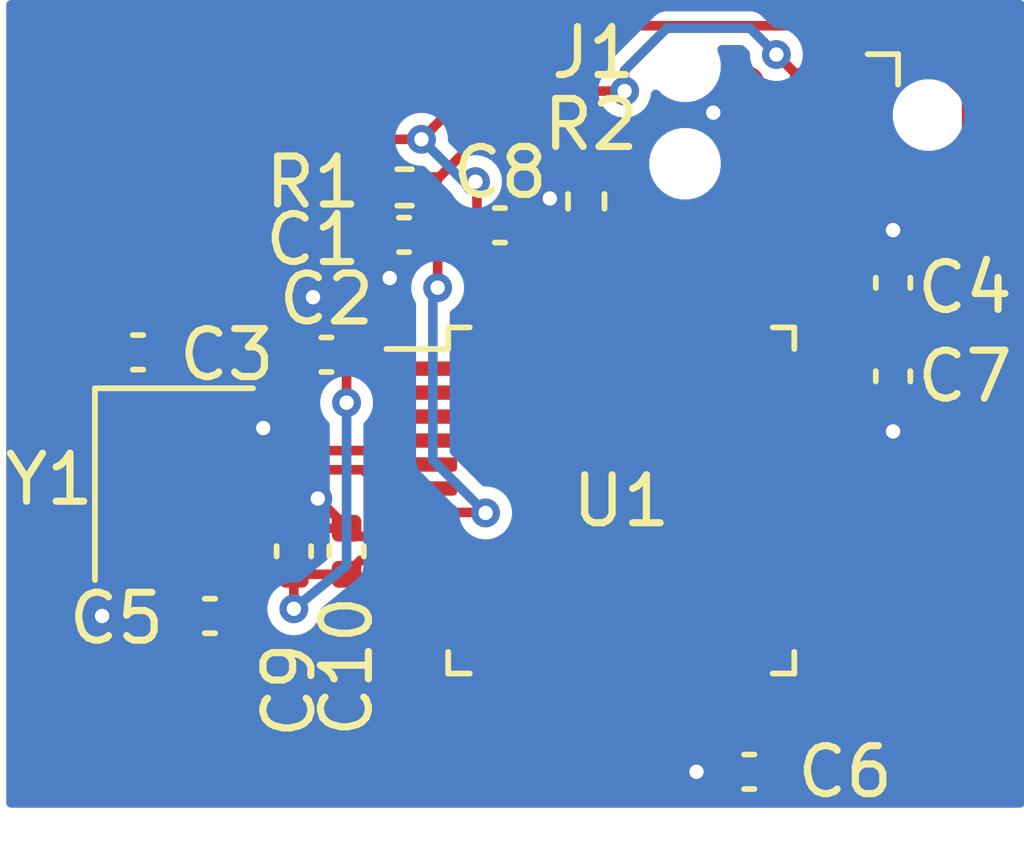
<source format=kicad_pcb>
(kicad_pcb (version 20211014) (generator pcbnew)
  (layers (0 "F.Cu" signal) (31 "B.Cu" signal) (34 "B.Paste" user) (35 "F.Paste" user) (36 "B.SilkS" user "B.Silkscreen") (37 "F.SilkS" user "F.Silkscreen") (38 "B.Mask" user) (39 "F.Mask" user) (44 "Edge.Cuts" user))
  (net 0 "")
  (net 1 "/NRST")
  (net 2 "GND")
  (net 3 "+3V3")
  (net 4 "/PD0")
  (net 5 "/PD1")
  (net 6 "Net-(J1-Pad6)")
  (net 7 "/SWCLK")
  (net 8 "/SWDIO")
  (net 9 "Net-(R2-Pad1)")
  (net 10 "Net-(U1-Pad46)")
  (net 11 "Net-(U1-Pad45)")
  (net 12 "Net-(U1-Pad43)")
  (net 13 "Net-(U1-Pad42)")
  (net 14 "Net-(U1-Pad41)")
  (net 15 "Net-(U1-Pad40)")
  (net 16 "Net-(U1-Pad39)")
  (net 17 "Net-(U1-Pad38)")
  (net 18 "Net-(U1-Pad33)")
  (net 19 "Net-(U1-Pad32)")
  (net 20 "Net-(U1-Pad31)")
  (net 21 "Net-(U1-Pad30)")
  (net 22 "Net-(U1-Pad29)")
  (net 23 "Net-(U1-Pad28)")
  (net 24 "Net-(U1-Pad27)")
  (net 25 "Net-(U1-Pad26)")
  (net 26 "Net-(U1-Pad25)")
  (net 27 "Net-(U1-Pad22)")
  (net 28 "Net-(U1-Pad21)")
  (net 29 "Net-(U1-Pad20)")
  (net 30 "Net-(U1-Pad19)")
  (net 31 "Net-(U1-Pad18)")
  (net 32 "Net-(U1-Pad17)")
  (net 33 "Net-(U1-Pad16)")
  (net 34 "Net-(U1-Pad15)")
  (net 35 "Net-(U1-Pad14)")
  (net 36 "Net-(U1-Pad13)")
  (net 37 "Net-(U1-Pad12)")
  (net 38 "Net-(U1-Pad11)")
  (net 39 "Net-(U1-Pad10)")
  (net 40 "Net-(U1-Pad4)")
  (net 41 "Net-(U1-Pad3)")
  (net 42 "Net-(U1-Pad2)")
  (footprint "Capacitor_SMD:C_0402_1005Metric" (layer "F.Cu") (at 133.8 84.8)
    (fp_text reference "C1" (at -1.9 0.1) (layer "F.SilkS"))
    (fp_text value "100nF")
    (fp_line (start -0.107836 -0.36) (end 0.107836 -0.36) (layer "F.SilkS") (width 0.12))
    (fp_line (start -0.107836 0.36) (end 0.107836 0.36) (layer "F.SilkS") (width 0.12))
    (pad "1" smd roundrect locked (at -0.48 0) (size 0.56 0.62) (layers "F.Cu" "F.Paste" "F.Mask") (net 2 "GND"))
    (pad "2" smd roundrect locked (at 0.48 0) (size 0.56 0.62) (layers "F.Cu" "F.Paste" "F.Mask") (net 1 "/NRST"))
  )
  (footprint "Capacitor_SMD:C_0402_1005Metric" (layer "F.Cu") (at 132.18 87.3)
    (fp_text reference "C2" (at 0 -1.16) (layer "F.SilkS"))
    (fp_text value "100nF")
    (fp_line (start -0.107836 0.36) (end 0.107836 0.36) (layer "F.SilkS") (width 0.12))
    (fp_line (start -0.107836 -0.36) (end 0.107836 -0.36) (layer "F.SilkS") (width 0.12))
    (pad "1" smd roundrect locked (at -0.48 0) (size 0.56 0.62) (layers "F.Cu" "F.Paste" "F.Mask") (net 2 "GND"))
    (pad "2" smd roundrect locked (at 0.48 0) (size 0.56 0.62) (layers "F.Cu" "F.Paste" "F.Mask") (net 3 "+3V3"))
  )
  (footprint "Capacitor_SMD:C_0402_1005Metric" (layer "F.Cu") (at 128.25 87.25)
    (fp_text reference "C3" (at 1.85 0.05) (layer "F.SilkS"))
    (fp_text value "20pF")
    (fp_line (start -0.107836 0.36) (end 0.107836 0.36) (layer "F.SilkS") (width 0.12))
    (fp_line (start -0.107836 -0.36) (end 0.107836 -0.36) (layer "F.SilkS") (width 0.12))
    (pad "1" smd roundrect locked (at -0.48 0) (size 0.56 0.62) (layers "F.Cu" "F.Paste" "F.Mask") (net 4 "/PD0"))
    (pad "2" smd roundrect locked (at 0.48 0) (size 0.56 0.62) (layers "F.Cu" "F.Paste" "F.Mask") (net 2 "GND"))
  )
  (footprint "Capacitor_SMD:C_0402_1005Metric" (layer "F.Cu") (at 144 85.8 -90)
    (fp_text reference "C4" (at 0.1 -1.5 180) (layer "F.SilkS"))
    (fp_text value "4.7uF")
    (fp_line (start -0.107836 0.36) (end 0.107836 0.36) (layer "F.SilkS") (width 0.12))
    (fp_line (start -0.107836 -0.36) (end 0.107836 -0.36) (layer "F.SilkS") (width 0.12))
    (pad "1" smd roundrect locked (at -0.48 0 270) (size 0.56 0.62) (layers "F.Cu" "F.Paste" "F.Mask") (net 2 "GND"))
    (pad "2" smd roundrect locked (at 0.48 0 270) (size 0.56 0.62) (layers "F.Cu" "F.Paste" "F.Mask") (net 3 "+3V3"))
  )
  (footprint "Capacitor_SMD:C_0402_1005Metric" (layer "F.Cu") (at 129.75 92.75 180)
    (fp_text reference "C5" (at 1.95 -0.05) (layer "F.SilkS"))
    (fp_text value "20pF")
    (fp_line (start -0.107836 -0.36) (end 0.107836 -0.36) (layer "F.SilkS") (width 0.12))
    (fp_line (start -0.107836 0.36) (end 0.107836 0.36) (layer "F.SilkS") (width 0.12))
    (pad "1" smd roundrect locked (at -0.48 0 180) (size 0.56 0.62) (layers "F.Cu" "F.Paste" "F.Mask") (net 5 "/PD1"))
    (pad "2" smd roundrect locked (at 0.48 0 180) (size 0.56 0.62) (layers "F.Cu" "F.Paste" "F.Mask") (net 2 "GND"))
  )
  (footprint "Capacitor_SMD:C_0402_1005Metric" (layer "F.Cu") (at 144 87.75 90)
    (fp_text reference "C7" (at 0 1.5 180) (layer "F.SilkS"))
    (fp_text value "100nF")
    (fp_line (start -0.107836 -0.36) (end 0.107836 -0.36) (layer "F.SilkS") (width 0.12))
    (fp_line (start -0.107836 0.36) (end 0.107836 0.36) (layer "F.SilkS") (width 0.12))
    (pad "1" smd roundrect locked (at -0.48 0 90) (size 0.56 0.62) (layers "F.Cu" "F.Paste" "F.Mask") (net 2 "GND"))
    (pad "2" smd roundrect locked (at 0.48 0 90) (size 0.56 0.62) (layers "F.Cu" "F.Paste" "F.Mask") (net 3 "+3V3"))
  )
  (footprint "Capacitor_SMD:C_0402_1005Metric" (layer "F.Cu") (at 135.8 84.6 180)
    (fp_text reference "C8" (at 0 1.1) (layer "F.SilkS"))
    (fp_text value "100nF")
    (fp_line (start -0.107836 -0.36) (end 0.107836 -0.36) (layer "F.SilkS") (width 0.12))
    (fp_line (start -0.107836 0.36) (end 0.107836 0.36) (layer "F.SilkS") (width 0.12))
    (pad "1" smd roundrect locked (at -0.48 0 180) (size 0.56 0.62) (layers "F.Cu" "F.Paste" "F.Mask") (net 2 "GND"))
    (pad "2" smd roundrect locked (at 0.48 0 180) (size 0.56 0.62) (layers "F.Cu" "F.Paste" "F.Mask") (net 3 "+3V3"))
  )
  (footprint "Capacitor_SMD:C_0402_1005Metric" (layer "F.Cu") (at 131.5 91.4 -90)
    (fp_text reference "C9" (at 2.9 0.1 90) (layer "F.SilkS"))
    (fp_text value "1uF")
    (fp_line (start -0.107836 -0.36) (end 0.107836 -0.36) (layer "F.SilkS") (width 0.12))
    (fp_line (start -0.107836 0.36) (end 0.107836 0.36) (layer "F.SilkS") (width 0.12))
    (pad "1" smd roundrect locked (at -0.48 0 270) (size 0.56 0.62) (layers "F.Cu" "F.Paste" "F.Mask") (net 2 "GND"))
    (pad "2" smd roundrect locked (at 0.48 0 270) (size 0.56 0.62) (layers "F.Cu" "F.Paste" "F.Mask") (net 3 "+3V3"))
  )
  (footprint "Connector:Tag-Connect_TC2030-IDC-NL_2x03_P1.27mm_Vertical" (layer "F.Cu") (at 142.2 82.3 180)
    (fp_text reference "J1" (at 4.45 1.3) (layer "F.SilkS"))
    (fp_text value "DBG")
    (fp_line (start -1.905 1.27) (end -1.905 0.635) (layer "F.SilkS") (width 0.12))
    (fp_line (start -1.27 1.27) (end -1.905 1.27) (layer "F.SilkS") (width 0.12))
    (pad "" np_thru_hole circle locked (at 2.54 -1.016 180) (size 0.9906 0.9906) (drill 0.9906) (layers *.Cu *.Mask))
    (pad "" np_thru_hole circle locked (at 2.54 1.016 180) (size 0.9906 0.9906) (drill 0.9906) (layers *.Cu *.Mask))
    (pad "" np_thru_hole circle locked (at -2.54 0 180) (size 0.9906 0.9906) (drill 0.9906) (layers *.Cu *.Mask))
    (pad "1" connect circle locked (at -1.27 0.635 180) (size 0.7874 0.7874) (layers "F.Cu" "F.Mask") (net 3 "+3V3"))
    (pad "2" connect circle locked (at -1.27 -0.635 180) (size 0.7874 0.7874) (layers "F.Cu" "F.Mask") (net 8 "/SWDIO"))
    (pad "3" connect circle locked (at 0 0.635 180) (size 0.7874 0.7874) (layers "F.Cu" "F.Mask") (net 1 "/NRST"))
    (pad "4" connect circle locked (at 0 -0.635 180) (size 0.7874 0.7874) (layers "F.Cu" "F.Mask") (net 7 "/SWCLK"))
    (pad "5" connect circle locked (at 1.27 0.635 180) (size 0.7874 0.7874) (layers "F.Cu" "F.Mask") (net 2 "GND"))
    (pad "6" connect circle locked (at 1.27 -0.635 180) (size 0.7874 0.7874) (layers "F.Cu" "F.Mask") (net 6 "Net-(J1-Pad6)"))
  )
  (footprint "Resistor_SMD:R_0402_1005Metric" (layer "F.Cu") (at 133.81 83.81)
    (fp_text reference "R1" (at -1.91 -0.11) (layer "F.SilkS"))
    (fp_text value "10k")
    (fp_line (start -0.153641 -0.38) (end 0.153641 -0.38) (layer "F.SilkS") (width 0.12))
    (fp_line (start -0.153641 0.38) (end 0.153641 0.38) (layer "F.SilkS") (width 0.12))
    (pad "1" smd roundrect locked (at -0.51 0) (size 0.54 0.64) (layers "F.Cu" "F.Paste" "F.Mask") (net 3 "+3V3"))
    (pad "2" smd roundrect locked (at 0.51 0) (size 0.54 0.64) (layers "F.Cu" "F.Paste" "F.Mask") (net 1 "/NRST"))
  )
  (footprint "Resistor_SMD:R_0402_1005Metric" (layer "F.Cu") (at 137.6 84.1 90)
    (fp_text reference "R2" (at 1.6 0.1 180) (layer "F.SilkS"))
    (fp_text value "10k")
    (fp_line (start -0.153641 0.38) (end 0.153641 0.38) (layer "F.SilkS") (width 0.12))
    (fp_line (start -0.153641 -0.38) (end 0.153641 -0.38) (layer "F.SilkS") (width 0.12))
    (pad "1" smd roundrect locked (at -0.51 0 90) (size 0.54 0.64) (layers "F.Cu" "F.Paste" "F.Mask") (net 9 "Net-(R2-Pad1)"))
    (pad "2" smd roundrect locked (at 0.51 0 90) (size 0.54 0.64) (layers "F.Cu" "F.Paste" "F.Mask") (net 2 "GND"))
  )
  (footprint "Crystal:Crystal_SMD_3225-4Pin_3.2x2.5mm" (layer "F.Cu") (at 129 90 -90)
    (fp_text reference "Y1" (at -0.1 2.6 180) (layer "F.SilkS"))
    (fp_text value "16MHz")
    (fp_line (start -2 1.65) (end 2 1.65) (layer "F.SilkS") (width 0.12))
    (fp_line (start -2 -1.65) (end -2 1.65) (layer "F.SilkS") (width 0.12))
    (pad "1" smd rect locked (at -1.1 0.85 270) (size 1.4 1.2) (layers "F.Cu" "F.Paste" "F.Mask") (net 4 "/PD0"))
    (pad "2" smd rect locked (at 1.1 0.85 270) (size 1.4 1.2) (layers "F.Cu" "F.Paste" "F.Mask") (net 2 "GND"))
    (pad "3" smd rect locked (at 1.1 -0.85 270) (size 1.4 1.2) (layers "F.Cu" "F.Paste" "F.Mask") (net 5 "/PD1"))
    (pad "4" smd rect locked (at -1.1 -0.85 270) (size 1.4 1.2) (layers "F.Cu" "F.Paste" "F.Mask") (net 2 "GND"))
  )
  (footprint "Capacitor_SMD:C_0402_1005Metric" (layer "F.Cu") (at 141 96)
    (fp_text reference "C6" (at 2 0) (layer "F.SilkS"))
    (fp_text value "100nF")
    (fp_line (start -0.107836 0.36) (end 0.107836 0.36) (layer "F.SilkS") (width 0.12))
    (fp_line (start -0.107836 -0.36) (end 0.107836 -0.36) (layer "F.SilkS") (width 0.12))
    (pad "1" smd roundrect locked (at -0.48 0) (size 0.56 0.62) (layers "F.Cu" "F.Paste" "F.Mask") (net 2 "GND"))
    (pad "2" smd roundrect locked (at 0.48 0) (size 0.56 0.62) (layers "F.Cu" "F.Paste" "F.Mask") (net 3 "+3V3"))
  )
  (footprint "Capacitor_SMD:C_0402_1005Metric" (layer "F.Cu") (at 132.6 91.4 -90)
    (fp_text reference "C10" (at 2.4 0 -90) (layer "F.SilkS"))
    (fp_text value "10nF")
    (fp_line (start -0.107836 0.36) (end 0.107836 0.36) (layer "F.SilkS") (width 0.12))
    (fp_line (start -0.107836 -0.36) (end 0.107836 -0.36) (layer "F.SilkS") (width 0.12))
    (pad "1" smd roundrect locked (at -0.48 0 270) (size 0.56 0.62) (layers "F.Cu" "F.Paste" "F.Mask") (net 2 "GND"))
    (pad "2" smd roundrect locked (at 0.48 0 270) (size 0.56 0.62) (layers "F.Cu" "F.Paste" "F.Mask") (net 3 "+3V3"))
  )
  (footprint "Package_QFP:LQFP-48_7x7mm_P0.5mm" (layer "F.Cu") (at 138.33 90.34)
    (fp_text reference "U1" (at 0 0.01) (layer "F.SilkS"))
    (fp_text value "GD32E103CBTx")
    (fp_line (start -3.61 3.61) (end -3.61 3.16) (layer "F.SilkS") (width 0.12))
    (fp_line (start 3.61 3.61) (end 3.61 3.16) (layer "F.SilkS") (width 0.12))
    (fp_line (start -3.16 -3.61) (end -3.61 -3.61) (layer "F.SilkS") (width 0.12))
    (fp_line (start -3.61 -3.61) (end -3.61 -3.16) (layer "F.SilkS") (width 0.12))
    (fp_line (start -3.16 3.61) (end -3.61 3.61) (layer "F.SilkS") (width 0.12))
    (fp_line (start 3.16 -3.61) (end 3.61 -3.61) (layer "F.SilkS") (width 0.12))
    (fp_line (start 3.61 -3.61) (end 3.61 -3.16) (layer "F.SilkS") (width 0.12))
    (fp_line (start -3.61 -3.16) (end -4.9 -3.16) (layer "F.SilkS") (width 0.12))
    (fp_line (start 3.16 3.61) (end 3.61 3.61) (layer "F.SilkS") (width 0.12))
    (pad "1" smd roundrect locked (at -4.1625 -2.75) (size 1.475 0.3) (layers "F.Cu" "F.Paste" "F.Mask") (net 3 "+3V3"))
    (pad "2" smd roundrect locked (at -4.1625 -2.25) (size 1.475 0.3) (layers "F.Cu" "F.Paste" "F.Mask") (net 42 "Net-(U1-Pad2)"))
    (pad "3" smd roundrect locked (at -4.1625 -1.75) (size 1.475 0.3) (layers "F.Cu" "F.Paste" "F.Mask") (net 41 "Net-(U1-Pad3)"))
    (pad "4" smd roundrect locked (at -4.1625 -1.25) (size 1.475 0.3) (layers "F.Cu" "F.Paste" "F.Mask") (net 40 "Net-(U1-Pad4)"))
    (pad "5" smd roundrect locked (at -4.1625 -0.75) (size 1.475 0.3) (layers "F.Cu" "F.Paste" "F.Mask") (net 4 "/PD0"))
    (pad "6" smd roundrect locked (at -4.1625 -0.25) (size 1.475 0.3) (layers "F.Cu" "F.Paste" "F.Mask") (net 5 "/PD1"))
    (pad "7" smd roundrect locked (at -4.1625 0.25) (size 1.475 0.3) (layers "F.Cu" "F.Paste" "F.Mask") (net 1 "/NRST"))
    (pad "8" smd roundrect locked (at -4.1625 0.75) (size 1.475 0.3) (layers "F.Cu" "F.Paste" "F.Mask") (net 2 "GND"))
    (pad "9" smd roundrect locked (at -4.1625 1.25) (size 1.475 0.3) (layers "F.Cu" "F.Paste" "F.Mask") (net 3 "+3V3"))
    (pad "10" smd roundrect locked (at -4.1625 1.75) (size 1.475 0.3) (layers "F.Cu" "F.Paste" "F.Mask") (net 39 "Net-(U1-Pad10)"))
    (pad "11" smd roundrect locked (at -4.1625 2.25) (size 1.475 0.3) (layers "F.Cu" "F.Paste" "F.Mask") (net 38 "Net-(U1-Pad11)"))
    (pad "12" smd roundrect locked (at -4.1625 2.75) (size 1.475 0.3) (layers "F.Cu" "F.Paste" "F.Mask") (net 37 "Net-(U1-Pad12)"))
    (pad "13" smd roundrect locked (at -2.75 4.1625) (size 0.3 1.475) (layers "F.Cu" "F.Paste" "F.Mask") (net 36 "Net-(U1-Pad13)"))
    (pad "14" smd roundrect locked (at -2.25 4.1625) (size 0.3 1.475) (layers "F.Cu" "F.Paste" "F.Mask") (net 35 "Net-(U1-Pad14)"))
    (pad "15" smd roundrect locked (at -1.75 4.1625) (size 0.3 1.475) (layers "F.Cu" "F.Paste" "F.Mask") (net 34 "Net-(U1-Pad15)"))
    (pad "16" smd roundrect locked (at -1.25 4.1625) (size 0.3 1.475) (layers "F.Cu" "F.Paste" "F.Mask") (net 33 "Net-(U1-Pad16)"))
    (pad "17" smd roundrect locked (at -0.75 4.1625) (size 0.3 1.475) (layers "F.Cu" "F.Paste" "F.Mask") (net 32 "Net-(U1-Pad17)"))
    (pad "18" smd roundrect locked (at -0.25 4.1625) (size 0.3 1.475) (layers "F.Cu" "F.Paste" "F.Mask") (net 31 "Net-(U1-Pad18)"))
    (pad "19" smd roundrect locked (at 0.25 4.1625) (size 0.3 1.475) (layers "F.Cu" "F.Paste" "F.Mask") (net 30 "Net-(U1-Pad19)"))
    (pad "20" smd roundrect locked (at 0.75 4.1625) (size 0.3 1.475) (layers "F.Cu" "F.Paste" "F.Mask") (net 29 "Net-(U1-Pad20)"))
    (pad "21" smd roundrect locked (at 1.25 4.1625) (size 0.3 1.475) (layers "F.Cu" "F.Paste" "F.Mask") (net 28 "Net-(U1-Pad21)"))
    (pad "22" smd roundrect locked (at 1.75 4.1625) (size 0.3 1.475) (layers "F.Cu" "F.Paste" "F.Mask") (net 27 "Net-(U1-Pad22)"))
    (pad "23" smd roundrect locked (at 2.25 4.1625) (size 0.3 1.475) (layers "F.Cu" "F.Paste" "F.Mask") (net 2 "GND"))
    (pad "24" smd roundrect locked (at 2.75 4.1625) (size 0.3 1.475) (layers "F.Cu" "F.Paste" "F.Mask") (net 3 "+3V3"))
    (pad "25" smd roundrect locked (at 4.1625 2.75) (size 1.475 0.3) (layers "F.Cu" "F.Paste" "F.Mask") (net 26 "Net-(U1-Pad25)"))
    (pad "26" smd roundrect locked (at 4.1625 2.25) (size 1.475 0.3) (layers "F.Cu" "F.Paste" "F.Mask") (net 25 "Net-(U1-Pad26)"))
    (pad "27" smd roundrect locked (at 4.1625 1.75) (size 1.475 0.3) (layers "F.Cu" "F.Paste" "F.Mask") (net 24 "Net-(U1-Pad27)"))
    (pad "28" smd roundrect locked (at 4.1625 1.25) (size 1.475 0.3) (layers "F.Cu" "F.Paste" "F.Mask") (net 23 "Net-(U1-Pad28)"))
    (pad "29" smd roundrect locked (at 4.1625 0.75) (size 1.475 0.3) (layers "F.Cu" "F.Paste" "F.Mask") (net 22 "Net-(U1-Pad29)"))
    (pad "30" smd roundrect locked (at 4.1625 0.25) (size 1.475 0.3) (layers "F.Cu" "F.Paste" "F.Mask") (net 21 "Net-(U1-Pad30)"))
    (pad "31" smd roundrect locked (at 4.1625 -0.25) (size 1.475 0.3) (layers "F.Cu" "F.Paste" "F.Mask") (net 20 "Net-(U1-Pad31)"))
    (pad "32" smd roundrect locked (at 4.1625 -0.75) (size 1.475 0.3) (layers "F.Cu" "F.Paste" "F.Mask") (net 19 "Net-(U1-Pad32)"))
    (pad "33" smd roundrect locked (at 4.1625 -1.25) (size 1.475 0.3) (layers "F.Cu" "F.Paste" "F.Mask") (net 18 "Net-(U1-Pad33)"))
    (pad "34" smd roundrect locked (at 4.1625 -1.75) (size 1.475 0.3) (layers "F.Cu" "F.Paste" "F.Mask") (net 8 "/SWDIO"))
    (pad "35" smd roundrect locked (at 4.1625 -2.25) (size 1.475 0.3) (layers "F.Cu" "F.Paste" "F.Mask") (net 2 "GND"))
    (pad "36" smd roundrect locked (at 4.1625 -2.75) (size 1.475 0.3) (layers "F.Cu" "F.Paste" "F.Mask") (net 3 "+3V3"))
    (pad "37" smd roundrect locked (at 2.75 -4.1625) (size 0.3 1.475) (layers "F.Cu" "F.Paste" "F.Mask") (net 7 "/SWCLK"))
    (pad "38" smd roundrect locked (at 2.25 -4.1625) (size 0.3 1.475) (layers "F.Cu" "F.Paste" "F.Mask") (net 17 "Net-(U1-Pad38)"))
    (pad "39" smd roundrect locked (at 1.75 -4.1625) (size 0.3 1.475) (layers "F.Cu" "F.Paste" "F.Mask") (net 16 "Net-(U1-Pad39)"))
    (pad "40" smd roundrect locked (at 1.25 -4.1625) (size 0.3 1.475) (layers "F.Cu" "F.Paste" "F.Mask") (net 15 "Net-(U1-Pad40)"))
    (pad "41" smd roundrect locked (at 0.75 -4.1625) (size 0.3 1.475) (layers "F.Cu" "F.Paste" "F.Mask") (net 14 "Net-(U1-Pad41)"))
    (pad "42" smd roundrect locked (at 0.25 -4.1625) (size 0.3 1.475) (layers "F.Cu" "F.Paste" "F.Mask") (net 13 "Net-(U1-Pad42)"))
    (pad "43" smd roundrect locked (at -0.25 -4.1625) (size 0.3 1.475) (layers "F.Cu" "F.Paste" "F.Mask") (net 12 "Net-(U1-Pad43)"))
    (pad "44" smd roundrect locked (at -0.75 -4.1625) (size 0.3 1.475) (layers "F.Cu" "F.Paste" "F.Mask") (net 9 "Net-(R2-Pad1)"))
    (pad "45" smd roundrect locked (at -1.25 -4.1625) (size 0.3 1.475) (layers "F.Cu" "F.Paste" "F.Mask") (net 11 "Net-(U1-Pad45)"))
    (pad "46" smd roundrect locked (at -1.75 -4.1625) (size 0.3 1.475) (layers "F.Cu" "F.Paste" "F.Mask") (net 10 "Net-(U1-Pad46)"))
    (pad "47" smd roundrect locked (at -2.25 -4.1625) (size 0.3 1.475) (layers "F.Cu" "F.Paste" "F.Mask") (net 2 "GND"))
    (pad "48" smd roundrect locked (at -2.75 -4.1625) (size 0.3 1.475) (layers "F.Cu" "F.Paste" "F.Mask") (net 3 "+3V3"))
  )
  (segment (start 134.28 84.8) (end 134.28 83.85) (width 0.2) (layer "F.Cu") (net 1))
  (segment (start 142.193856 81.665) (end 141.566227 81.037371) (width 0.2) (layer "F.Cu") (net 1))
  (segment (start 134.5 85.9) (end 134.5 85.02) (width 0.2) (layer "F.Cu") (net 1))
  (segment (start 134.5 85.02) (end 134.28 84.8) (width 0.2) (layer "F.Cu") (net 1))
  (segment (start 138.4 81.8) (end 136.33 81.8) (width 0.2) (layer "F.Cu") (net 1))
  (segment (start 134.28 83.85) (end 134.32 83.81) (width 0.2) (layer "F.Cu") (net 1))
  (segment (start 134.1675 90.59) (end 135.49 90.59) (width 0.2) (layer "F.Cu") (net 1))
  (segment (start 136.33 81.8) (end 134.32 83.81) (width 0.2) (layer "F.Cu") (net 1))
  (segment (start 142.2 81.665) (end 142.193856 81.665) (width 0.2) (layer "F.Cu") (net 1))
  (segment (start 135.49 90.59) (end 135.5 90.6) (width 0.2) (layer "F.Cu") (net 1))
  (via (at 134.5 85.9) (size 0.6) (drill 0.3) (layers "F.Cu" "B.Cu") (net 1))
  (via (at 135.5 90.6) (size 0.6) (drill 0.3) (layers "F.Cu" "B.Cu") (net 1))
  (via (at 141.566227 81.037371) (size 0.6) (drill 0.3) (layers "F.Cu" "B.Cu") (net 1))
  (via (at 138.4 81.8) (size 0.6) (drill 0.3) (layers "F.Cu" "B.Cu") (net 1))
  (segment (start 134.4 86.088002) (end 134.588002 85.9) (width 0.2) (layer "B.Cu") (net 1))
  (segment (start 135.5 90.6) (end 134.4 89.5) (width 0.2) (layer "B.Cu") (net 1))
  (segment (start 141.566227 81.037371) (end 141.017555 80.488699) (width 0.2) (layer "B.Cu") (net 1))
  (segment (start 134.588002 85.9) (end 134.5 85.9) (width 0.2) (layer "B.Cu") (net 1))
  (segment (start 138.4 81.366954) (end 138.4 81.8) (width 0.2) (layer "B.Cu") (net 1))
  (segment (start 134.4 89.5) (end 134.4 86.088002) (width 0.2) (layer "B.Cu") (net 1))
  (segment (start 141.017555 80.488699) (end 139.278255 80.488699) (width 0.2) (layer "B.Cu") (net 1))
  (segment (start 139.278255 80.488699) (end 138.4 81.366954) (width 0.2) (layer "B.Cu") (net 1))
  (segment (start 134.1675 91.09) (end 132.77 91.09) (width 0.2) (layer "F.Cu") (net 2))
  (segment (start 131.7 87.3) (end 131.7 86.3) (width 0.2) (layer "F.Cu") (net 2))
  (segment (start 137.29 83.59) (end 136.84 84.04) (width 0.2) (layer "F.Cu") (net 2))
  (segment (start 129.85 88.9) (end 130.791503 88.9) (width 0.2) (layer "F.Cu") (net 2))
  (segment (start 131.5 90.8) (end 132 90.3) (width 0.2) (layer "F.Cu") (net 2))
  (segment (start 131.7 86.3) (end 131.9 86.1) (width 0.2) (layer "F.Cu") (net 2))
  (segment (start 131.5 90.92) (end 131.5 90.8) (width 0.2) (layer "F.Cu") (net 2))
  (segment (start 133.32 85.52) (end 133.5 85.7) (width 0.2) (layer "F.Cu") (net 2))
  (segment (start 132.6 90.92) (end 132.6 90.9) (width 0.2) (layer "F.Cu") (net 2))
  (segment (start 128.15 91.1) (end 128.15 92.1) (width 0.2) (layer "F.Cu") (net 2))
  (segment (start 136.84 84.04) (end 136.28 84.6) (width 0.2) (layer "F.Cu") (net 2))
  (segment (start 144 88.23) (end 144 88.9) (width 0.2) (layer "F.Cu") (net 2))
  (segment (start 132.6 90.92) (end 131.5 90.92) (width 0.2) (layer "F.Cu") (net 2))
  (segment (start 132.6 90.9) (end 132 90.3) (width 0.2) (layer "F.Cu") (net 2))
  (segment (start 129.85 88.37) (end 128.73 87.25) (width 0.2) (layer "F.Cu") (net 2))
  (segment (start 136.08 84.8) (end 136.28 84.6) (width 0.2) (layer "F.Cu") (net 2))
  (segment (start 140.52 96) (end 140.58 95.94) (width 0.2) (layer "F.Cu") (net 2))
  (segment (start 128.15 92.1) (end 127.5 92.75) (width 0.2) (layer "F.Cu") (net 2))
  (segment (start 143.86 88.09) (end 142.4925 88.09) (width 0.2) (layer "F.Cu") (net 2))
  (segment (start 128.15 91.1) (end 128.15 91.63) (width 0.2) (layer "F.Cu") (net 2))
  (segment (start 136.08 86.1775) (end 136.08 84.8) (width 0.2) (layer "F.Cu") (net 2))
  (segment (start 133.32 84.8) (end 133.32 85.52) (width 0.2) (layer "F.Cu") (net 2))
  (segment (start 144 85.32) (end 144 84.7) (width 0.2) (layer "F.Cu") (net 2))
  (segment (start 140.52 96) (end 139.9 96) (width 0.2) (layer "F.Cu") (net 2))
  (segment (start 144 88.23) (end 143.86 88.09) (width 0.2) (layer "F.Cu") (net 2))
  (segment (start 128.15 91.63) (end 129.27 92.75) (width 0.2) (layer "F.Cu") (net 2))
  (segment (start 130.791503 88.9) (end 130.862209 88.829294) (width 0.2) (layer "F.Cu") (net 2))
  (segment (start 140.58 95.94) (end 140.58 94.5025) (width 0.2) (layer "F.Cu") (net 2))
  (segment (start 140.835 81.665) (end 140.25 82.25) (width 0.2) (layer "F.Cu") (net 2))
  (segment (start 132.77 91.09) (end 132.6 90.92) (width 0.2) (layer "F.Cu") (net 2))
  (segment (start 137.6 83.59) (end 137.29 83.59) (width 0.2) (layer "F.Cu") (net 2))
  (segment (start 129.85 88.9) (end 129.85 88.37) (width 0.2) (layer "F.Cu") (net 2))
  (segment (start 140.93 81.665) (end 140.835 81.665) (width 0.2) (layer "F.Cu") (net 2))
  (via (at 144 88.9) (size 0.6) (drill 0.3) (layers "F.Cu" "B.Cu") (net 2))
  (via (at 133.5 85.7) (size 0.6) (drill 0.3) (layers "F.Cu" "B.Cu") (net 2))
  (via (at 140.25 82.25) (size 0.6) (drill 0.3) (layers "F.Cu" "B.Cu") (net 2))
  (via (at 132 90.3) (size 0.6) (drill 0.3) (layers "F.Cu" "B.Cu") (net 2))
  (via (at 144 84.7) (size 0.6) (drill 0.3) (layers "F.Cu" "B.Cu") (net 2))
  (via (at 139.9 96) (size 0.6) (drill 0.3) (layers "F.Cu" "B.Cu") (net 2))
  (via (at 136.84 84.04) (size 0.6) (drill 0.3) (layers "F.Cu" "B.Cu") (net 2))
  (via (at 130.862209 88.829294) (size 0.6) (drill 0.3) (layers "F.Cu" "B.Cu") (net 2))
  (via (at 131.9 86.1) (size 0.6) (drill 0.3) (layers "F.Cu" "B.Cu") (net 2))
  (via (at 127.5 92.75) (size 0.6) (drill 0.3) (layers "F.Cu" "B.Cu") (net 2))
  (segment (start 135.32 84.6) (end 135.32 83.72) (width 0.2) (layer "F.Cu") (net 3))
  (segment (start 132.6 87.36) (end 132.66 87.3) (width 0.2) (layer "F.Cu") (net 3))
  (segment (start 143.05 96) (end 141.48 96) (width 0.2) (layer "F.Cu") (net 3))
  (segment (start 142.24237 80.43737) (end 136.531095 80.43737) (width 0.2) (layer "F.Cu") (net 3))
  (segment (start 132.66 87.3) (end 132.66 84.45) (width 0.2) (layer "F.Cu") (net 3))
  (segment (start 133.3 83.1) (end 133.3 83.81) (width 0.2) (layer "F.Cu") (net 3))
  (segment (start 143.47 81.665) (end 143.863699 81.271301) (width 0.2) (layer "F.Cu") (net 3))
  (segment (start 136.531095 80.43737) (end 134.16225 82.806215) (width 0.2) (layer "F.Cu") (net 3))
  (segment (start 134.1675 91.59) (end 132.89 91.59) (width 0.2) (layer "F.Cu") (net 3))
  (segment (start 135.32 83.72) (end 135.289265 83.689265) (width 0.2) (layer "F.Cu") (net 3))
  (segment (start 143.68 87.59) (end 144 87.27) (width 0.2) (layer "F.Cu") (net 3))
  (segment (start 144 87.27) (end 144 86.28) (width 0.2) (layer "F.Cu") (net 3))
  (segment (start 145.15 88.42) (end 145.15 93.9) (width 0.2) (layer "F.Cu") (net 3))
  (segment (start 141.08 95.6) (end 141.48 96) (width 0.2) (layer "F.Cu") (net 3))
  (segment (start 145.535301 81.918255) (end 145.535301 84.744699) (width 0.2) (layer "F.Cu") (net 3))
  (segment (start 134.1675 87.59) (end 132.95 87.59) (width 0.2) (layer "F.Cu") (net 3))
  (segment (start 143.863699 81.271301) (end 144.888347 81.271301) (width 0.2) (layer "F.Cu") (net 3))
  (segment (start 132.95 87.59) (end 132.66 87.3) (width 0.2) (layer "F.Cu") (net 3))
  (segment (start 135.58 86.1775) (end 135.58 84.86) (width 0.2) (layer "F.Cu") (net 3))
  (segment (start 133.593785 82.806215) (end 133.3 83.1) (width 0.2) (layer "F.Cu") (net 3))
  (segment (start 135.58 84.86) (end 135.32 84.6) (width 0.2) (layer "F.Cu") (net 3))
  (segment (start 134.16225 82.806215) (end 133.593785 82.806215) (width 0.2) (layer "F.Cu") (net 3))
  (segment (start 145.535301 84.744699) (end 144 86.28) (width 0.2) (layer "F.Cu") (net 3))
  (segment (start 132.6 88.3) (end 132.6 87.36) (width 0.2) (layer "F.Cu") (net 3))
  (segment (start 141.08 94.5025) (end 141.08 95.6) (width 0.2) (layer "F.Cu") (net 3))
  (segment (start 144 87.27) (end 145.15 88.42) (width 0.2) (layer "F.Cu") (net 3))
  (segment (start 132.6 91.88) (end 131.5 91.88) (width 0.2) (layer "F.Cu") (net 3))
  (segment (start 142.4925 87.59) (end 143.68 87.59) (width 0.2) (layer "F.Cu") (net 3))
  (segment (start 132.89 91.59) (end 132.6 91.88) (width 0.2) (layer "F.Cu") (net 3))
  (segment (start 132.66 84.45) (end 133.3 83.81) (width 0.2) (layer "F.Cu") (net 3))
  (segment (start 131.5 91.88) (end 131.5 92.6) (width 0.2) (layer "F.Cu") (net 3))
  (segment (start 144.888347 81.271301) (end 145.535301 81.918255) (width 0.2) (layer "F.Cu") (net 3))
  (segment (start 143.47 81.665) (end 142.24237 80.43737) (width 0.2) (layer "F.Cu") (net 3))
  (segment (start 145.15 93.9) (end 143.05 96) (width 0.2) (layer "F.Cu") (net 3))
  (via (at 135.289265 83.689265) (size 0.6) (drill 0.3) (layers "F.Cu" "B.Cu") (net 3))
  (via (at 134.16225 82.806215) (size 0.6) (drill 0.3) (layers "F.Cu" "B.Cu") (net 3))
  (via (at 131.5 92.6) (size 0.6) (drill 0.3) (layers "F.Cu" "B.Cu") (net 3))
  (via (at 132.6 88.3) (size 0.6) (drill 0.3) (layers "F.Cu" "B.Cu") (net 3))
  (segment (start 131.5 92.6) (end 132.6 91.7) (width 0.2) (layer "B.Cu") (net 3))
  (segment (start 135.289265 83.689265) (end 135.0453 83.689265) (width 0.2) (layer "B.Cu") (net 3))
  (segment (start 132.6 91.7) (end 132.6 88.3) (width 0.2) (layer "B.Cu") (net 3))
  (segment (start 135.0453 83.689265) (end 134.16225 82.806215) (width 0.2) (layer "B.Cu") (net 3))
  (segment (start 131.234311 89.299989) (end 133.109643 89.299989) (width 0.2) (layer "F.Cu") (net 4))
  (segment (start 128.15 88.9) (end 128.15 89.8) (width 0.2) (layer "F.Cu") (net 4))
  (segment (start 134.11751 89.54001) (end 134.1675 89.59) (width 0.2) (layer "F.Cu") (net 4))
  (segment (start 133.349664 89.54001) (end 134.11751 89.54001) (width 0.2) (layer "F.Cu") (net 4))
  (segment (start 128.250001 89.900001) (end 130.634299 89.900001) (width 0.2) (layer "F.Cu") (net 4))
  (segment (start 128.15 88.9) (end 128.15 87.63) (width 0.2) (layer "F.Cu") (net 4))
  (segment (start 128.15 87.63) (end 127.77 87.25) (width 0.2) (layer "F.Cu") (net 4))
  (segment (start 128.15 89.8) (end 128.250001 89.900001) (width 0.2) (layer "F.Cu") (net 4))
  (segment (start 133.109643 89.299989) (end 133.349664 89.54001) (width 0.2) (layer "F.Cu") (net 4))
  (segment (start 130.634299 89.900001) (end 131.234311 89.299989) (width 0.2) (layer "F.Cu") (net 4))
  (segment (start 133.3757 90.09) (end 134.1675 90.09) (width 0.2) (layer "F.Cu") (net 5))
  (segment (start 133.225721 89.940021) (end 133.3757 90.09) (width 0.2) (layer "F.Cu") (net 5))
  (segment (start 130.799988 90.300012) (end 131.4 89.7) (width 0.2) (layer "F.Cu") (net 5))
  (segment (start 132.943954 89.7) (end 133.183975 89.940021) (width 0.2) (layer "F.Cu") (net 5))
  (segment (start 130.649988 90.300012) (end 130.799988 90.300012) (width 0.2) (layer "F.Cu") (net 5))
  (segment (start 133.183975 89.940021) (end 133.225721 89.940021) (width 0.2) (layer "F.Cu") (net 5))
  (segment (start 129.85 91.1) (end 129.85 92.37) (width 0.2) (layer "F.Cu") (net 5))
  (segment (start 129.85 92.37) (end 130.23 92.75) (width 0.2) (layer "F.Cu") (net 5))
  (segment (start 129.85 91.1) (end 130.649988 90.300012) (width 0.2) (layer "F.Cu") (net 5))
  (segment (start 131.4 89.7) (end 132.943954 89.7) (width 0.2) (layer "F.Cu") (net 5))
  (segment (start 141.08 85.32) (end 142.2 84.2) (width 0.2) (layer "F.Cu") (net 7))
  (segment (start 142.2 84.2) (end 142.2 82.935) (width 0.2) (layer "F.Cu") (net 7))
  (segment (start 141.08 86.1775) (end 141.08 85.32) (width 0.2) (layer "F.Cu") (net 7))
  (segment (start 143 86.75) (end 143 83.405) (width 0.2) (layer "F.Cu") (net 8))
  (segment (start 141.674664 87.13999) (end 142.61001 87.13999) (width 0.2) (layer "F.Cu") (net 8))
  (segment (start 141.45499 87.820336) (end 141.45499 87.359664) (width 0.2) (layer "F.Cu") (net 8))
  (segment (start 143 83.405) (end 143.47 82.935) (width 0.2) (layer "F.Cu") (net 8))
  (segment (start 141.474654 87.84) (end 141.45499 87.820336) (width 0.2) (layer "F.Cu") (net 8))
  (segment (start 141.45499 87.859664) (end 141.474654 87.84) (width 0.2) (layer "F.Cu") (net 8))
  (segment (start 142.4925 88.59) (end 141.724654 88.59) (width 0.2) (layer "F.Cu") (net 8))
  (segment (start 141.724654 88.59) (end 141.45499 88.320336) (width 0.2) (layer "F.Cu") (net 8))
  (segment (start 141.45499 87.359664) (end 141.674664 87.13999) (width 0.2) (layer "F.Cu") (net 8))
  (segment (start 141.45499 88.320336) (end 141.45499 87.859664) (width 0.2) (layer "F.Cu") (net 8))
  (segment (start 142.61001 87.13999) (end 143 86.75) (width 0.2) (layer "F.Cu") (net 8))
  (segment (start 137.58 86.1775) (end 137.58 84.63) (width 0.2) (layer "F.Cu") (net 9))
  (segment (start 137.58 84.63) (end 137.6 84.61) (width 0.2) (layer "F.Cu") (net 9))
  (zone (net 2) (net_name "GND") (layer "B.Cu") (connect_pads (clearance 0.25)) (min_thickness 0.2) (fill yes (thermal_gap 0.508) (thermal_bridge_width 0.508))
    (polygon (pts (xy 146.75 96.75) (xy 125.5 96.75) (xy 125.5 79.9) (xy 146.75 79.9)))
  )
)
</source>
